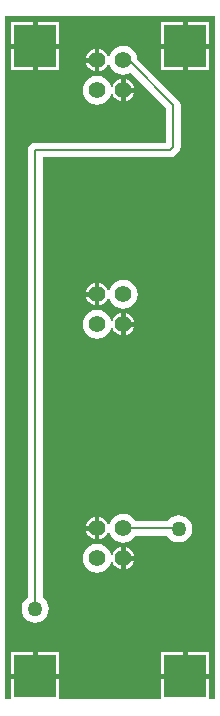
<source format=gbl>
G04 Layer_Physical_Order=2*
G04 Layer_Color=16711680*
%FSAX24Y24*%
%MOIN*%
G70*
G01*
G75*
%ADD14C,0.0080*%
%ADD15C,0.0550*%
%ADD16R,0.1400X0.1400*%
%ADD17C,0.0500*%
G36*
X017500Y010750D02*
X017300D01*
Y011425D01*
X015700D01*
Y010750D01*
X012300D01*
Y011425D01*
X010700D01*
Y010750D01*
X010500D01*
Y033500D01*
X017500D01*
Y010750D01*
D02*
G37*
%LPC*%
G36*
X014435Y016916D02*
X014311Y016900D01*
X014195Y016852D01*
X014096Y016776D01*
X014020Y016677D01*
X013973Y016563D01*
X013967Y016561D01*
X013921Y016557D01*
X013892Y016626D01*
X013832Y016704D01*
X013754Y016765D01*
X013663Y016802D01*
X013640Y016805D01*
Y016437D01*
Y016069D01*
X013663Y016072D01*
X013754Y016109D01*
X013832Y016170D01*
X013892Y016248D01*
X013921Y016317D01*
X013967Y016313D01*
X013973Y016311D01*
X014020Y016197D01*
X014096Y016098D01*
X014195Y016022D01*
X014311Y015974D01*
X014435Y015958D01*
X014559Y015974D01*
X014675Y016022D01*
X014774Y016098D01*
X014846Y016192D01*
X015888D01*
X015888Y016192D01*
X015961Y016098D01*
X016055Y016025D01*
X016164Y015980D01*
X016281Y015965D01*
X016399Y015980D01*
X016508Y016025D01*
X016602Y016098D01*
X016675Y016192D01*
X016720Y016301D01*
X016735Y016418D01*
X016720Y016536D01*
X016675Y016645D01*
X016602Y016739D01*
X016508Y016812D01*
X016399Y016857D01*
X016281Y016872D01*
X016164Y016857D01*
X016055Y016812D01*
X015961Y016739D01*
X015916Y016682D01*
X014846D01*
X014774Y016776D01*
X014675Y016852D01*
X014559Y016900D01*
X014435Y016916D01*
D02*
G37*
G36*
X013490Y016805D02*
X013467Y016802D01*
X013376Y016765D01*
X013297Y016704D01*
X013237Y016626D01*
X013200Y016535D01*
X013197Y016512D01*
X013490D01*
Y016805D01*
D02*
G37*
G36*
Y016362D02*
X013197D01*
X013200Y016339D01*
X013237Y016248D01*
X013297Y016170D01*
X013376Y016109D01*
X013467Y016072D01*
X013490Y016069D01*
Y016362D01*
D02*
G37*
G36*
X013565Y023716D02*
X013441Y023700D01*
X013325Y023652D01*
X013226Y023576D01*
X013150Y023477D01*
X013102Y023361D01*
X013086Y023237D01*
X013102Y023113D01*
X013150Y022997D01*
X013226Y022898D01*
X013325Y022822D01*
X013441Y022774D01*
X013565Y022758D01*
X013689Y022774D01*
X013804Y022822D01*
X013904Y022898D01*
X013980Y022997D01*
X014027Y023111D01*
X014032Y023113D01*
X014079Y023117D01*
X014107Y023048D01*
X014168Y022970D01*
X014246Y022909D01*
X014337Y022872D01*
X014360Y022869D01*
Y023237D01*
Y023605D01*
X014337Y023602D01*
X014246Y023565D01*
X014168Y023504D01*
X014107Y023426D01*
X014079Y023357D01*
X014032Y023361D01*
X014027Y023363D01*
X013980Y023477D01*
X013904Y023576D01*
X013804Y023652D01*
X013689Y023700D01*
X013565Y023716D01*
D02*
G37*
G36*
X013490Y024162D02*
X013197D01*
X013200Y024139D01*
X013237Y024048D01*
X013297Y023970D01*
X013376Y023909D01*
X013467Y023872D01*
X013490Y023869D01*
Y024162D01*
D02*
G37*
G36*
X014510Y023605D02*
Y023312D01*
X014803D01*
X014800Y023335D01*
X014763Y023426D01*
X014702Y023504D01*
X014624Y023565D01*
X014533Y023602D01*
X014510Y023605D01*
D02*
G37*
G36*
X014803Y023162D02*
X014510D01*
Y022869D01*
X014533Y022872D01*
X014624Y022909D01*
X014702Y022970D01*
X014763Y023048D01*
X014800Y023139D01*
X014803Y023162D01*
D02*
G37*
G36*
X016425Y012300D02*
X015700D01*
Y011575D01*
X016425D01*
Y012300D01*
D02*
G37*
G36*
X012300D02*
X011575D01*
Y011575D01*
X012300D01*
Y012300D01*
D02*
G37*
G36*
X011425D02*
X010700D01*
Y011575D01*
X011425D01*
Y012300D01*
D02*
G37*
G36*
X017300D02*
X016575D01*
Y011575D01*
X017300D01*
Y012300D01*
D02*
G37*
G36*
X014510Y015805D02*
Y015512D01*
X014803D01*
X014800Y015535D01*
X014763Y015626D01*
X014702Y015704D01*
X014624Y015765D01*
X014533Y015802D01*
X014510Y015805D01*
D02*
G37*
G36*
X014803Y015362D02*
X014510D01*
Y015069D01*
X014533Y015072D01*
X014624Y015109D01*
X014702Y015170D01*
X014763Y015248D01*
X014800Y015339D01*
X014803Y015362D01*
D02*
G37*
G36*
X013565Y015916D02*
X013441Y015900D01*
X013325Y015852D01*
X013226Y015776D01*
X013150Y015677D01*
X013102Y015561D01*
X013086Y015437D01*
X013102Y015313D01*
X013150Y015197D01*
X013226Y015098D01*
X013325Y015022D01*
X013441Y014974D01*
X013565Y014958D01*
X013689Y014974D01*
X013804Y015022D01*
X013904Y015098D01*
X013980Y015197D01*
X014027Y015311D01*
X014032Y015313D01*
X014079Y015317D01*
X014107Y015248D01*
X014168Y015170D01*
X014246Y015109D01*
X014337Y015072D01*
X014360Y015069D01*
Y015437D01*
Y015805D01*
X014337Y015802D01*
X014246Y015765D01*
X014168Y015704D01*
X014107Y015626D01*
X014079Y015557D01*
X014032Y015561D01*
X014027Y015563D01*
X013980Y015677D01*
X013904Y015776D01*
X013804Y015852D01*
X013689Y015900D01*
X013565Y015916D01*
D02*
G37*
G36*
X013490Y024605D02*
X013467Y024602D01*
X013376Y024565D01*
X013297Y024504D01*
X013237Y024426D01*
X013200Y024335D01*
X013197Y024312D01*
X013490D01*
Y024605D01*
D02*
G37*
G36*
X014435Y032516D02*
X014311Y032500D01*
X014195Y032452D01*
X014096Y032376D01*
X014020Y032277D01*
X013973Y032163D01*
X013967Y032161D01*
X013921Y032157D01*
X013892Y032226D01*
X013832Y032304D01*
X013754Y032365D01*
X013663Y032402D01*
X013640Y032405D01*
Y032037D01*
Y031669D01*
X013663Y031672D01*
X013754Y031709D01*
X013832Y031770D01*
X013892Y031848D01*
X013921Y031917D01*
X013967Y031913D01*
X013973Y031911D01*
X014020Y031797D01*
X014096Y031698D01*
X014195Y031622D01*
X014311Y031574D01*
X014435Y031558D01*
X014559Y031574D01*
X014675Y031622D01*
X014679Y031625D01*
X015855Y030449D01*
Y029295D01*
X011500D01*
X011406Y029276D01*
X011327Y029223D01*
X011274Y029144D01*
X011255Y029050D01*
Y014129D01*
X011179Y014071D01*
X011107Y013977D01*
X011062Y013867D01*
X011046Y013750D01*
X011062Y013633D01*
X011107Y013523D01*
X011179Y013429D01*
X011273Y013357D01*
X011383Y013312D01*
X011500Y013296D01*
X011617Y013312D01*
X011727Y013357D01*
X011821Y013429D01*
X011893Y013523D01*
X011938Y013633D01*
X011954Y013750D01*
X011938Y013867D01*
X011893Y013977D01*
X011821Y014071D01*
X011745Y014129D01*
Y028805D01*
X016000D01*
X016094Y028824D01*
X016173Y028877D01*
X016273Y028977D01*
X016326Y029056D01*
X016345Y029150D01*
Y030550D01*
X016326Y030644D01*
X016273Y030723D01*
X014907Y032089D01*
X014898Y032161D01*
X014850Y032277D01*
X014774Y032376D01*
X014675Y032452D01*
X014559Y032500D01*
X014435Y032516D01*
D02*
G37*
G36*
X013490Y032405D02*
X013467Y032402D01*
X013376Y032365D01*
X013297Y032304D01*
X013237Y032226D01*
X013200Y032135D01*
X013197Y032112D01*
X013490D01*
Y032405D01*
D02*
G37*
G36*
X017300Y032425D02*
X016575D01*
Y031700D01*
X017300D01*
Y032425D01*
D02*
G37*
G36*
X011425Y033300D02*
X010700D01*
Y032575D01*
X011425D01*
Y033300D01*
D02*
G37*
G36*
X017300D02*
X016575D01*
Y032575D01*
X017300D01*
Y033300D01*
D02*
G37*
G36*
X016425D02*
X015700D01*
Y032575D01*
X016425D01*
Y033300D01*
D02*
G37*
G36*
X012300D02*
X011575D01*
Y032575D01*
X012300D01*
Y033300D01*
D02*
G37*
G36*
X016425Y032425D02*
X015700D01*
Y031700D01*
X016425D01*
Y032425D01*
D02*
G37*
G36*
X014803Y030962D02*
X014510D01*
Y030669D01*
X014533Y030672D01*
X014624Y030709D01*
X014702Y030770D01*
X014763Y030848D01*
X014800Y030939D01*
X014803Y030962D01*
D02*
G37*
G36*
X013565Y031516D02*
X013441Y031500D01*
X013325Y031452D01*
X013226Y031376D01*
X013150Y031277D01*
X013102Y031161D01*
X013086Y031037D01*
X013102Y030913D01*
X013150Y030797D01*
X013226Y030698D01*
X013325Y030622D01*
X013441Y030574D01*
X013565Y030558D01*
X013689Y030574D01*
X013804Y030622D01*
X013904Y030698D01*
X013980Y030797D01*
X014027Y030911D01*
X014032Y030913D01*
X014079Y030917D01*
X014107Y030848D01*
X014168Y030770D01*
X014246Y030709D01*
X014337Y030672D01*
X014360Y030669D01*
Y031037D01*
Y031405D01*
X014337Y031402D01*
X014246Y031365D01*
X014168Y031304D01*
X014107Y031226D01*
X014079Y031157D01*
X014032Y031161D01*
X014027Y031163D01*
X013980Y031277D01*
X013904Y031376D01*
X013804Y031452D01*
X013689Y031500D01*
X013565Y031516D01*
D02*
G37*
G36*
X014435Y024716D02*
X014311Y024700D01*
X014195Y024652D01*
X014096Y024576D01*
X014020Y024477D01*
X013973Y024363D01*
X013967Y024361D01*
X013921Y024357D01*
X013892Y024426D01*
X013832Y024504D01*
X013754Y024565D01*
X013663Y024602D01*
X013640Y024605D01*
Y024237D01*
Y023869D01*
X013663Y023872D01*
X013754Y023909D01*
X013832Y023970D01*
X013892Y024048D01*
X013921Y024117D01*
X013967Y024113D01*
X013973Y024111D01*
X014020Y023997D01*
X014096Y023898D01*
X014195Y023822D01*
X014311Y023774D01*
X014435Y023758D01*
X014559Y023774D01*
X014675Y023822D01*
X014774Y023898D01*
X014850Y023997D01*
X014898Y024113D01*
X014914Y024237D01*
X014898Y024361D01*
X014850Y024477D01*
X014774Y024576D01*
X014675Y024652D01*
X014559Y024700D01*
X014435Y024716D01*
D02*
G37*
G36*
X014510Y031405D02*
Y031112D01*
X014803D01*
X014800Y031135D01*
X014763Y031226D01*
X014702Y031304D01*
X014624Y031365D01*
X014533Y031402D01*
X014510Y031405D01*
D02*
G37*
G36*
X012300Y032425D02*
X011575D01*
Y031700D01*
X012300D01*
Y032425D01*
D02*
G37*
G36*
X011425D02*
X010700D01*
Y031700D01*
X011425D01*
Y032425D01*
D02*
G37*
G36*
X013490Y031962D02*
X013197D01*
X013200Y031939D01*
X013237Y031848D01*
X013297Y031770D01*
X013376Y031709D01*
X013467Y031672D01*
X013490Y031669D01*
Y031962D01*
D02*
G37*
%LPD*%
D14*
X016000Y029050D02*
X016100Y029150D01*
X011500Y029050D02*
X016000D01*
X011500Y013750D02*
Y029050D01*
X016100Y029150D02*
Y030550D01*
X014613Y032037D02*
X016100Y030550D01*
X014435Y032037D02*
X014613D01*
X014435Y016437D02*
X016263D01*
X016281Y016418D01*
D15*
X013565Y023237D02*
D03*
X014435D02*
D03*
X013565Y024237D02*
D03*
X014435D02*
D03*
X013565Y015437D02*
D03*
X014435D02*
D03*
X013565Y016437D02*
D03*
X014435D02*
D03*
X013565Y031037D02*
D03*
X014435D02*
D03*
X013565Y032037D02*
D03*
X014435D02*
D03*
D16*
X011500Y032500D02*
D03*
X016500D02*
D03*
Y011500D02*
D03*
X011500D02*
D03*
D17*
Y013750D02*
D03*
X016281Y016418D02*
D03*
M02*

</source>
